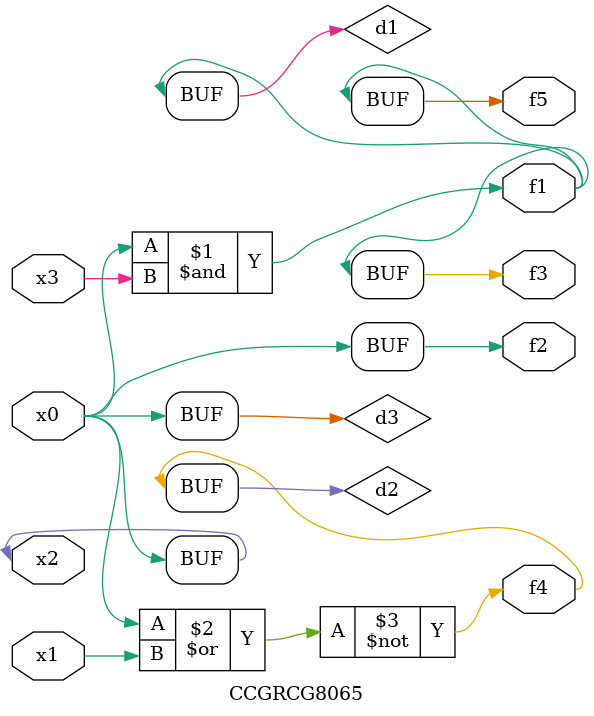
<source format=v>
module CCGRCG8065(
	input x0, x1, x2, x3,
	output f1, f2, f3, f4, f5
);

	wire d1, d2, d3;

	and (d1, x2, x3);
	nor (d2, x0, x1);
	buf (d3, x0, x2);
	assign f1 = d1;
	assign f2 = d3;
	assign f3 = d1;
	assign f4 = d2;
	assign f5 = d1;
endmodule

</source>
